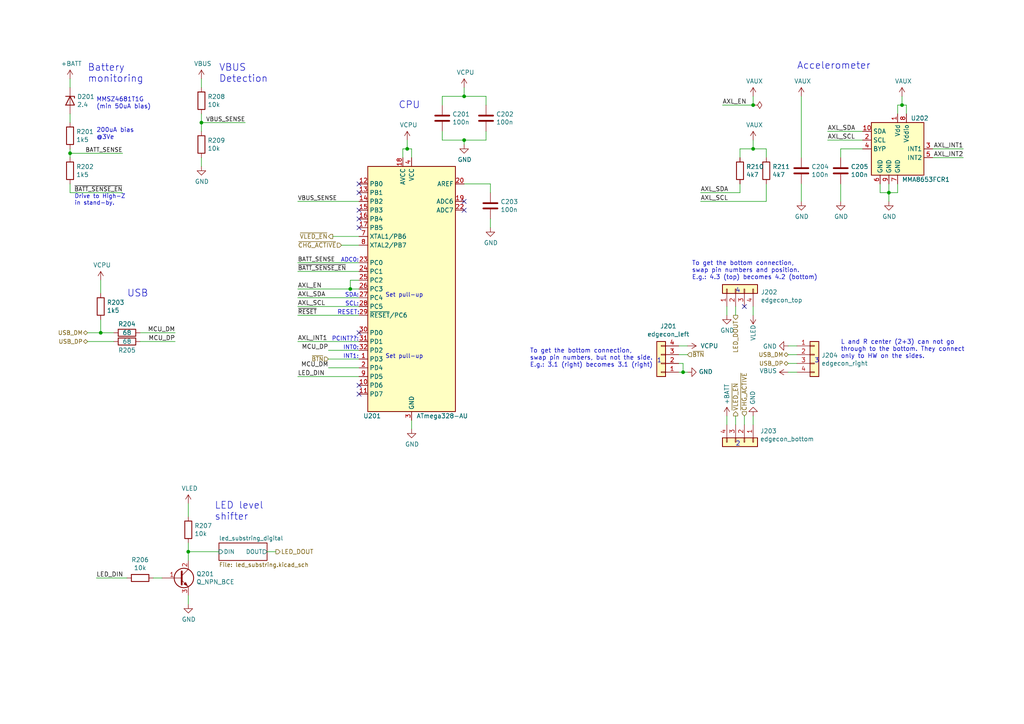
<source format=kicad_sch>
(kicad_sch (version 20211123) (generator eeschema)
  (paper "A4")
  (title_block (title "Leddie") (date "2021-03-06") (rev "01") (company "Markus Koch - notsyncing.net") (comment 1 "Licensed under CC BY-SA 3.0") (comment 2 "https://l.notsyncing.net/leddie") (comment 4 "Digital Logic"))
  (lib_symbols
    (symbol "Connector_Generic:Conn_01x04" (pin_names (offset 1.016) hide)
      (property "Reference" "J" (at 0 5.08 0))
      (property "Value" "Conn_01x04" (at 0 -7.62 0))
      (symbol "Conn_01x04_1_1"
        (rectangle (start -1.27 -4.953) (end 0 -5.207) (stroke (width 0.1524)))
        (rectangle (start -1.27 -2.413) (end 0 -2.667) (stroke (width 0.1524)))
        (rectangle (start -1.27 0.127) (end 0 -0.127) (stroke (width 0.1524)))
        (rectangle (start -1.27 2.667) (end 0 2.413) (stroke (width 0.1524)))
        (rectangle (start -1.27 3.81) (end 1.27 -6.35) (stroke (width 0.254)) (fill (type background)))
        (pin passive line (at -5.08 2.54 0) (length 3.81) (name "Pin_1") (number "1"))
        (pin passive line (at -5.08 0 0) (length 3.81) (name "Pin_2") (number "2"))
        (pin passive line (at -5.08 -2.54 0) (length 3.81) (name "Pin_3") (number "3"))
        (pin passive line (at -5.08 -5.08 0) (length 3.81) (name "Pin_4") (number "4"))
      )
    )
    (symbol "Device:C" (pin_numbers hide) (pin_names (offset 0.254))
      (property "Reference" "C" (at 0.635 2.54 0))
      (property "Value" "C" (at 0.635 -2.54 0))
      (symbol "C_0_1"
        (polyline (pts (xy -2.032 -0.762) (xy 2.032 -0.762)) (stroke (width 0.508)))
        (polyline (pts (xy -2.032 0.762) (xy 2.032 0.762)) (stroke (width 0.508)))
      )
      (symbol "C_1_1"
        (pin passive line (at 0 3.81 270) (length 2.794) (name "~") (number "1"))
        (pin passive line (at 0 -3.81 90) (length 2.794) (name "~") (number "2"))
      )
    )
    (symbol "Device:D_Zener" (pin_numbers hide) (pin_names (offset 1.016) hide)
      (property "Reference" "D" (at 0 2.54 0))
      (property "Value" "D_Zener" (at 0 -2.54 0))
      (symbol "D_Zener_0_1"
        (polyline (pts (xy 1.27 0) (xy -1.27 0)))
        (polyline (pts (xy -1.27 -1.27) (xy -1.27 1.27) (xy -0.762 1.27)) (stroke (width 0.254)))
        (polyline (pts (xy 1.27 -1.27) (xy 1.27 1.27) (xy -1.27 0) (xy 1.27 -1.27)) (stroke (width 0.254)))
      )
      (symbol "D_Zener_1_1"
        (pin passive line (at -3.81 0 0) (length 2.54) (name "K") (number "1"))
        (pin passive line (at 3.81 0 180) (length 2.54) (name "A") (number "2"))
      )
    )
    (symbol "Device:Q_NPN_BCE" (pin_names (offset 0) hide)
      (property "Reference" "Q" (at 5.08 1.27 0))
      (property "Value" "Q_NPN_BCE" (at 5.08 -1.27 0))
      (symbol "Q_NPN_BCE_0_1"
        (polyline (pts (xy 0.635 0.635) (xy 2.54 2.54)))
        (polyline (pts (xy 0.635 -0.635) (xy 2.54 -2.54) (xy 2.54 -2.54)))
        (polyline (pts (xy 0.635 1.905) (xy 0.635 -1.905) (xy 0.635 -1.905)) (stroke (width 0.508)))
        (polyline (pts (xy 1.27 -1.778) (xy 1.778 -1.27) (xy 2.286 -2.286) (xy 1.27 -1.778) (xy 1.27 -1.778)) (fill (type outline)))
        (circle (center 1.27 0) (radius 2.8194) (stroke (width 0.254)))
      )
      (symbol "Q_NPN_BCE_1_1"
        (pin input line (at -5.08 0 0) (length 5.715) (name "B") (number "1"))
        (pin passive line (at 2.54 5.08 270) (length 2.54) (name "C") (number "2"))
        (pin passive line (at 2.54 -5.08 90) (length 2.54) (name "E") (number "3"))
      )
    )
    (symbol "Device:R" (pin_numbers hide) (pin_names (offset 0))
      (property "Reference" "R" (at 2.032 0 90))
      (property "Value" "R" (at 0 0 90))
      (symbol "R_0_1"
        (rectangle (start -1.016 -2.54) (end 1.016 2.54) (stroke (width 0.254)))
      )
      (symbol "R_1_1"
        (pin passive line (at 0 3.81 270) (length 1.27) (name "~") (number "1"))
        (pin passive line (at 0 -3.81 90) (length 1.27) (name "~") (number "2"))
      )
    )
    (symbol "MCU_Microchip_ATmega:ATmega328-AU"
      (property "Reference" "U" (at -12.7 36.83 0))
      (property "Value" "MCU_Microchip_ATmega_ATmega328-AU" (at 2.54 -36.83 0))
      (symbol "ATmega328-AU_0_1"
        (rectangle (start -12.7 -35.56) (end 12.7 35.56) (stroke (width 0.254)) (fill (type background)))
      )
      (symbol "ATmega328-AU_1_1"
        (pin bidirectional line (at 15.24 -20.32 180) (length 2.54) (name "PD3") (number "1"))
        (pin bidirectional line (at 15.24 -27.94 180) (length 2.54) (name "PD6") (number "10"))
        (pin bidirectional line (at 15.24 -30.48 180) (length 2.54) (name "PD7") (number "11"))
        (pin bidirectional line (at 15.24 30.48 180) (length 2.54) (name "PB0") (number "12"))
        (pin bidirectional line (at 15.24 27.94 180) (length 2.54) (name "PB1") (number "13"))
        (pin bidirectional line (at 15.24 25.4 180) (length 2.54) (name "PB2") (number "14"))
        (pin bidirectional line (at 15.24 22.86 180) (length 2.54) (name "PB3") (number "15"))
        (pin bidirectional line (at 15.24 20.32 180) (length 2.54) (name "PB4") (number "16"))
        (pin bidirectional line (at 15.24 17.78 180) (length 2.54) (name "PB5") (number "17"))
        (pin power_in line (at 2.54 38.1 270) (length 2.54) (name "AVCC") (number "18"))
        (pin input line (at -15.24 25.4 0) (length 2.54) (name "ADC6") (number "19"))
        (pin bidirectional line (at 15.24 -22.86 180) (length 2.54) (name "PD4") (number "2"))
        (pin passive line (at -15.24 30.48 0) (length 2.54) (name "AREF") (number "20"))
        (pin passive line (at 0 -38.1 90) (length 2.54) hide (name "GND") (number "21"))
        (pin input line (at -15.24 22.86 0) (length 2.54) (name "ADC7") (number "22"))
        (pin bidirectional line (at 15.24 7.62 180) (length 2.54) (name "PC0") (number "23"))
        (pin bidirectional line (at 15.24 5.08 180) (length 2.54) (name "PC1") (number "24"))
        (pin bidirectional line (at 15.24 2.54 180) (length 2.54) (name "PC2") (number "25"))
        (pin bidirectional line (at 15.24 0 180) (length 2.54) (name "PC3") (number "26"))
        (pin bidirectional line (at 15.24 -2.54 180) (length 2.54) (name "PC4") (number "27"))
        (pin bidirectional line (at 15.24 -5.08 180) (length 2.54) (name "PC5") (number "28"))
        (pin bidirectional line (at 15.24 -7.62 180) (length 2.54) (name "~{RESET}/PC6") (number "29"))
        (pin power_in line (at 0 -38.1 90) (length 2.54) (name "GND") (number "3"))
        (pin bidirectional line (at 15.24 -12.7 180) (length 2.54) (name "PD0") (number "30"))
        (pin bidirectional line (at 15.24 -15.24 180) (length 2.54) (name "PD1") (number "31"))
        (pin bidirectional line (at 15.24 -17.78 180) (length 2.54) (name "PD2") (number "32"))
        (pin power_in line (at 0 38.1 270) (length 2.54) (name "VCC") (number "4"))
        (pin passive line (at 0 -38.1 90) (length 2.54) hide (name "GND") (number "5"))
        (pin passive line (at 0 38.1 270) (length 2.54) hide (name "VCC") (number "6"))
        (pin bidirectional line (at 15.24 15.24 180) (length 2.54) (name "XTAL1/PB6") (number "7"))
        (pin bidirectional line (at 15.24 12.7 180) (length 2.54) (name "XTAL2/PB7") (number "8"))
        (pin bidirectional line (at 15.24 -25.4 180) (length 2.54) (name "PD5") (number "9"))
      )
    )
    (symbol "Sensor_Motion:MMA8653FCR1"
      (property "Reference" "U" (at -7.62 8.89 0))
      (property "Value" "MMA8653FCR1" (at 1.27 -8.89 0))
      (symbol "MMA8653FCR1_0_1"
        (rectangle (start -7.62 7.62) (end 7.62 -7.62) (stroke (width 0.254)) (fill (type background)))
      )
      (symbol "MMA8653FCR1_1_1"
        (pin power_in line (at 0 10.16 270) (length 2.54) (name "Vdd") (number "1"))
        (pin input line (at -10.16 5.08 0) (length 2.54) (name "SDA") (number "10"))
        (pin input line (at -10.16 2.54 0) (length 2.54) (name "SCL") (number "2"))
        (pin output line (at 10.16 0 180) (length 2.54) (name "INT1") (number "3"))
        (pin input line (at -10.16 0 0) (length 2.54) (name "BYP") (number "4"))
        (pin output line (at 10.16 -2.54 180) (length 2.54) (name "INT2") (number "5"))
        (pin power_in line (at -5.08 -10.16 90) (length 2.54) (name "GND") (number "6"))
        (pin power_in line (at 0 -10.16 90) (length 2.54) (name "GND") (number "7"))
        (pin power_in line (at 2.54 10.16 270) (length 2.54) (name "Vddio") (number "8"))
        (pin power_in line (at -2.54 -10.16 90) (length 2.54) (name "GND") (number "9"))
      )
    )
    (symbol "leddie_parts:VAUX" (power) (pin_names (offset 0))
      (property "Value" "VAUX" (at 0 3.81 0))
      (symbol "VAUX_0_1"
        (polyline (pts (xy -0.762 1.27) (xy 0 2.54)))
        (polyline (pts (xy 0 0) (xy 0 2.54)))
        (polyline (pts (xy 0 2.54) (xy 0.762 1.27)))
      )
      (symbol "VAUX_1_1"
        (pin power_in line (at 0 0 90) (length 0) hide (name "VAUX") (number "1"))
      )
    )
    (symbol "leddie_parts:VCPU" (power) (pin_names (offset 0))
      (property "Value" "VCPU" (at 0 3.81 0))
      (symbol "VCPU_0_1"
        (polyline (pts (xy -0.762 1.27) (xy 0 2.54)))
        (polyline (pts (xy 0 0) (xy 0 2.54)))
        (polyline (pts (xy 0 2.54) (xy 0.762 1.27)))
      )
      (symbol "VCPU_1_1"
        (pin power_in line (at 0 0 90) (length 0) hide (name "VCPU") (number "1"))
      )
    )
    (symbol "leddie_parts:VLED" (power) (pin_names (offset 0))
      (property "Value" "VLED" (at 0 3.81 0))
      (symbol "VLED_0_1"
        (polyline (pts (xy -0.762 1.27) (xy 0 2.54)))
        (polyline (pts (xy 0 0) (xy 0 2.54)))
        (polyline (pts (xy 0 2.54) (xy 0.762 1.27)))
      )
      (symbol "VLED_1_1"
        (pin power_in line (at 0 0 90) (length 0) hide (name "VLED") (number "1"))
      )
    )
    (symbol "power:+BATT" (power) (pin_names (offset 0))
      (property "Value" "+BATT" (at 0 3.556 0))
      (symbol "+BATT_0_1"
        (polyline (pts (xy -0.762 1.27) (xy 0 2.54)))
        (polyline (pts (xy 0 0) (xy 0 2.54)))
        (polyline (pts (xy 0 2.54) (xy 0.762 1.27)))
      )
      (symbol "+BATT_1_1"
        (pin power_in line (at 0 0 90) (length 0) hide (name "+BATT") (number "1"))
      )
    )
    (symbol "power:GND" (power) (pin_names (offset 0))
      (property "Value" "GND" (at 0 -3.81 0))
      (symbol "GND_0_1"
        (polyline (pts (xy 0 0) (xy 0 -1.27) (xy 1.27 -1.27) (xy 0 -2.54) (xy -1.27 -1.27) (xy 0 -1.27)))
      )
      (symbol "GND_1_1"
        (pin power_in line (at 0 0 270) (length 0) hide (name "GND") (number "1"))
      )
    )
    (symbol "power:PWR_FLAG" (power) (pin_numbers hide) (pin_names (offset 0) hide)
      (property "Value" "PWR_FLAG" (at 0 3.81 0))
      (symbol "PWR_FLAG_0_0"
        (pin power_out line (at 0 0 90) (length 0) (name "pwr") (number "1"))
      )
      (symbol "PWR_FLAG_0_1"
        (polyline (pts (xy 0 0) (xy 0 1.27) (xy -1.016 1.905) (xy 0 2.54) (xy 1.016 1.905) (xy 0 1.27)))
      )
    )
    (symbol "power:VBUS" (power) (pin_names (offset 0))
      (property "Value" "VBUS" (at 0 3.81 0))
      (symbol "VBUS_0_1"
        (polyline (pts (xy -0.762 1.27) (xy 0 2.54)))
        (polyline (pts (xy 0 0) (xy 0 2.54)))
        (polyline (pts (xy 0 2.54) (xy 0.762 1.27)))
      )
      (symbol "VBUS_1_1"
        (pin power_in line (at 0 0 90) (length 0) hide (name "VBUS") (number "1"))
      )
    )
  )
  (junction (at 134.62 27.94))
  (junction (at 101.6 83.82))
  (junction (at 20.32 44.45))
  (junction (at 257.81 55.88))
  (junction (at 218.44 43.18))
  (junction (at 29.21 96.52))
  (junction (at 118.11 43.18))
  (junction (at 198.12 107.95))
  (junction (at 134.62 40.64))
  (junction (at 58.42 35.56))
  (junction (at 261.62 30.48))
  (junction (at 54.61 160.02))
  (junction (at 218.44 30.48))
  (no_connect (at 104.14 63.5))
  (no_connect (at 104.14 60.96))
  (no_connect (at 104.14 66.04))
  (no_connect (at 104.14 53.34))
  (no_connect (at 104.14 96.52))
  (no_connect (at 104.14 111.76))
  (no_connect (at 134.62 60.96))
  (no_connect (at 104.14 114.3))
  (no_connect (at 215.9 88.9))
  (no_connect (at 104.14 55.88))
  (no_connect (at 134.62 58.42))
  (wire (pts (xy 20.32 33.02) (xy 20.32 35.56)))
  (wire (pts (xy 119.38 43.18) (xy 119.38 45.72)))
  (wire (pts (xy 214.63 45.72) (xy 214.63 43.18)))
  (wire (pts (xy 134.62 25.4) (xy 134.62 27.94)))
  (wire (pts (xy 86.36 78.74) (xy 104.14 78.74)))
  (wire (pts (xy 54.61 160.02) (xy 63.5 160.02)))
  (wire (pts (xy 54.61 157.48) (xy 54.61 160.02)))
  (wire (pts (xy 214.63 43.18) (xy 218.44 43.18)))
  (wire (pts (xy 86.36 109.22) (xy 104.14 109.22)))
  (wire (pts (xy 213.36 91.44) (xy 213.36 88.9)))
  (wire (pts (xy 101.6 81.28) (xy 101.6 83.82)))
  (wire (pts (xy 261.62 30.48) (xy 262.89 30.48)))
  (wire (pts (xy 199.39 100.33) (xy 196.85 100.33)))
  (wire (pts (xy 228.6 100.33) (xy 231.14 100.33)))
  (wire (pts (xy 228.6 107.95) (xy 231.14 107.95)))
  (wire (pts (xy 104.14 81.28) (xy 101.6 81.28)))
  (wire (pts (xy 29.21 85.09) (xy 29.21 81.28)))
  (wire (pts (xy 44.45 167.64) (xy 46.99 167.64)))
  (wire (pts (xy 199.39 107.95) (xy 198.12 107.95)))
  (wire (pts (xy 142.24 63.5) (xy 142.24 66.04)))
  (wire (pts (xy 54.61 160.02) (xy 54.61 162.56)))
  (wire (pts (xy 54.61 172.72) (xy 54.61 175.26)))
  (wire (pts (xy 270.51 45.72) (xy 279.4 45.72)))
  (wire (pts (xy 134.62 40.64) (xy 134.62 41.91)))
  (wire (pts (xy 243.84 43.18) (xy 250.19 43.18)))
  (wire (pts (xy 270.51 43.18) (xy 279.4 43.18)))
  (wire (pts (xy 240.03 40.64) (xy 250.19 40.64)))
  (wire (pts (xy 104.14 83.82) (xy 101.6 83.82)))
  (wire (pts (xy 36.83 167.64) (xy 27.94 167.64)))
  (wire (pts (xy 262.89 30.48) (xy 262.89 33.02)))
  (wire (pts (xy 116.84 43.18) (xy 118.11 43.18)))
  (wire (pts (xy 140.97 40.64) (xy 134.62 40.64)))
  (wire (pts (xy 54.61 149.86) (xy 54.61 146.05)))
  (wire (pts (xy 213.36 120.65) (xy 213.36 123.19)))
  (wire (pts (xy 140.97 30.48) (xy 140.97 27.94)))
  (wire (pts (xy 20.32 22.86) (xy 20.32 25.4)))
  (wire (pts (xy 20.32 53.34) (xy 20.32 55.88)))
  (wire (pts (xy 104.14 91.44) (xy 86.36 91.44)))
  (wire (pts (xy 128.27 27.94) (xy 128.27 30.48)))
  (wire (pts (xy 257.81 55.88) (xy 260.35 55.88)))
  (wire (pts (xy 198.12 107.95) (xy 196.85 107.95)))
  (wire (pts (xy 232.41 53.34) (xy 232.41 58.42)))
  (wire (pts (xy 260.35 30.48) (xy 261.62 30.48)))
  (wire (pts (xy 243.84 45.72) (xy 243.84 43.18)))
  (wire (pts (xy 104.14 101.6) (xy 95.25 101.6)))
  (wire (pts (xy 77.47 160.02) (xy 80.01 160.02)))
  (wire (pts (xy 116.84 45.72) (xy 116.84 43.18)))
  (wire (pts (xy 134.62 40.64) (xy 128.27 40.64)))
  (wire (pts (xy 58.42 45.72) (xy 58.42 48.26)))
  (wire (pts (xy 215.9 120.65) (xy 215.9 123.19)))
  (wire (pts (xy 104.14 88.9) (xy 86.36 88.9)))
  (wire (pts (xy 86.36 76.2) (xy 104.14 76.2)))
  (wire (pts (xy 50.8 99.06) (xy 40.64 99.06)))
  (wire (pts (xy 118.11 43.18) (xy 118.11 40.64)))
  (wire (pts (xy 29.21 96.52) (xy 33.02 96.52)))
  (wire (pts (xy 20.32 44.45) (xy 20.32 43.18)))
  (wire (pts (xy 118.11 43.18) (xy 119.38 43.18)))
  (wire (pts (xy 196.85 105.41) (xy 198.12 105.41)))
  (wire (pts (xy 101.6 83.82) (xy 86.36 83.82)))
  (wire (pts (xy 243.84 53.34) (xy 243.84 58.42)))
  (wire (pts (xy 260.35 33.02) (xy 260.35 30.48)))
  (wire (pts (xy 58.42 35.56) (xy 58.42 38.1)))
  (wire (pts (xy 257.81 55.88) (xy 257.81 58.42)))
  (wire (pts (xy 218.44 27.94) (xy 218.44 30.48)))
  (wire (pts (xy 218.44 120.65) (xy 218.44 123.19)))
  (wire (pts (xy 228.6 102.87) (xy 231.14 102.87)))
  (wire (pts (xy 58.42 33.02) (xy 58.42 35.56)))
  (wire (pts (xy 134.62 27.94) (xy 128.27 27.94)))
  (wire (pts (xy 29.21 92.71) (xy 29.21 96.52)))
  (wire (pts (xy 199.39 102.87) (xy 196.85 102.87)))
  (wire (pts (xy 142.24 53.34) (xy 134.62 53.34)))
  (wire (pts (xy 261.62 30.48) (xy 261.62 27.94)))
  (wire (pts (xy 214.63 53.34) (xy 214.63 55.88)))
  (wire (pts (xy 58.42 35.56) (xy 71.12 35.56)))
  (wire (pts (xy 142.24 55.88) (xy 142.24 53.34)))
  (wire (pts (xy 25.4 96.52) (xy 29.21 96.52)))
  (wire (pts (xy 25.4 99.06) (xy 33.02 99.06)))
  (wire (pts (xy 86.36 99.06) (xy 104.14 99.06)))
  (wire (pts (xy 95.25 106.68) (xy 104.14 106.68)))
  (wire (pts (xy 218.44 30.48) (xy 209.55 30.48)))
  (wire (pts (xy 119.38 121.92) (xy 119.38 124.46)))
  (wire (pts (xy 231.14 105.41) (xy 228.6 105.41)))
  (wire (pts (xy 218.44 91.44) (xy 218.44 88.9)))
  (wire (pts (xy 128.27 38.1) (xy 128.27 40.64)))
  (wire (pts (xy 218.44 43.18) (xy 222.25 43.18)))
  (wire (pts (xy 203.2 55.88) (xy 214.63 55.88)))
  (wire (pts (xy 86.36 86.36) (xy 104.14 86.36)))
  (wire (pts (xy 210.82 123.19) (xy 210.82 120.65)))
  (wire (pts (xy 104.14 104.14) (xy 95.25 104.14)))
  (wire (pts (xy 96.52 68.58) (xy 104.14 68.58)))
  (wire (pts (xy 104.14 71.12) (xy 99.06 71.12)))
  (wire (pts (xy 20.32 55.88) (xy 35.56 55.88)))
  (wire (pts (xy 210.82 91.44) (xy 210.82 88.9)))
  (wire (pts (xy 58.42 22.86) (xy 58.42 25.4)))
  (wire (pts (xy 257.81 53.34) (xy 257.81 55.88)))
  (wire (pts (xy 232.41 27.94) (xy 232.41 45.72)))
  (wire (pts (xy 140.97 38.1) (xy 140.97 40.64)))
  (wire (pts (xy 222.25 43.18) (xy 222.25 45.72)))
  (wire (pts (xy 260.35 55.88) (xy 260.35 53.34)))
  (wire (pts (xy 20.32 45.72) (xy 20.32 44.45)))
  (wire (pts (xy 255.27 53.34) (xy 255.27 55.88)))
  (wire (pts (xy 222.25 53.34) (xy 222.25 58.42)))
  (wire (pts (xy 104.14 58.42) (xy 86.36 58.42)))
  (wire (pts (xy 218.44 43.18) (xy 218.44 40.64)))
  (wire (pts (xy 255.27 55.88) (xy 257.81 55.88)))
  (wire (pts (xy 250.19 38.1) (xy 240.03 38.1)))
  (wire (pts (xy 140.97 27.94) (xy 134.62 27.94)))
  (wire (pts (xy 20.32 44.45) (xy 35.56 44.45)))
  (wire (pts (xy 40.64 96.52) (xy 50.8 96.52)))
  (wire (pts (xy 203.2 58.42) (xy 222.25 58.42)))
  (wire (pts (xy 198.12 105.41) (xy 198.12 107.95)))
  (text "MMSZ4681T1G\n(min 50uA bias)" (at 27.94 31.75 0) (effects (font (size 1.27 1.27)) (justify left bottom)))
  (text "4" (at 213.36 85.09 0) (effects (font (size 1.27 1.27)) (justify left bottom)))
  (text "L and R center (2+3) can not go\nthrough to the bottom. They connect\nonly to HW on the sides." (at 243.84 104.14 0) (effects (font (size 1.27 1.27)) (justify left bottom)))
  (text "2" (at 213.36 129.54 0) (effects (font (size 1.27 1.27)) (justify left bottom)))
  (text "To get the bottom connection,\nswap pin numbers and position.\nE.g.: 4.3 (top) becomes 4.2 (bottom)" (at 200.66 81.28 0) (effects (font (size 1.27 1.27)) (justify left bottom)))
  (text "3" (at 236.22 105.41 0) (effects (font (size 1.27 1.27)) (justify left bottom)))
  (text "RESET:" (at 97.79 91.44 0) (effects (font (size 1.27 1.27)) (justify left bottom)))
  (text "Set pull-up" (at 111.76 104.14 0) (effects (font (size 1.1938 1.1938)) (justify left bottom)))
  (text "INT0:" (at 104.14 101.6 180) (effects (font (size 1.1938 1.1938)) (justify right bottom)))
  (text "Battery\nmonitoring" (at 25.4 24.13 0) (effects (font (size 2.0066 2.0066)) (justify left bottom)))
  (text "ADC0:" (at 104.14 76.2 180) (effects (font (size 1.1938 1.1938)) (justify right bottom)))
  (text "VBUS\nDetection" (at 63.5 24.13 0) (effects (font (size 2.0066 2.0066)) (justify left bottom)))
  (text "CPU" (at 115.57 31.75 0) (effects (font (size 2.0066 2.0066)) (justify left bottom)))
  (text "SCL:" (at 104.14 88.9 180) (effects (font (size 1.1938 1.1938)) (justify right bottom)))
  (text "INT1:" (at 104.14 104.14 180) (effects (font (size 1.1938 1.1938)) (justify right bottom)))
  (text "200uA bias\n@3Ve" (at 27.94 40.64 0) (effects (font (size 1.27 1.27)) (justify left bottom)))
  (text "USB" (at 36.83 86.36 0) (effects (font (size 2.0066 2.0066)) (justify left bottom)))
  (text "Drive to High-Z\nin stand-by." (at 21.59 59.69 0) (effects (font (size 1.1938 1.1938)) (justify left bottom)))
  (text "PCINT??:" (at 104.14 99.06 180) (effects (font (size 1.1938 1.1938)) (justify right bottom)))
  (text "Set pull-up" (at 111.76 86.36 0) (effects (font (size 1.1938 1.1938)) (justify left bottom)))
  (text "Accelerometer" (at 231.14 20.32 0) (effects (font (size 2.0066 2.0066)) (justify left bottom)))
  (text "SDA:" (at 104.14 86.36 180) (effects (font (size 1.1938 1.1938)) (justify right bottom)))
  (text "1" (at 190.5 105.41 0) (effects (font (size 1.27 1.27)) (justify left bottom)))
  (text "To get the bottom connection,\nswap pin numbers, but not the side.\nE.g.: 3.1 (right) becomes 3.1 (right)" (at 153.67 106.68 0) (effects (font (size 1.27 1.27)) (justify left bottom)))
  (text "LED level\nshifter" (at 62.23 151.13 0) (effects (font (size 2.0066 2.0066)) (justify left bottom)))
  (label "~{BATT_SENSE_EN}" (at 86.36 78.74 0) (effects (font (size 1.1938 1.1938))))
  (label "VBUS_SENSE" (at 86.36 58.42 0) (effects (font (size 1.1938 1.1938))))
  (label "AXL_SDA" (at 86.36 86.36 0))
  (label "VBUS_SENSE" (at 71.12 35.56 180) (effects (font (size 1.1938 1.1938))))
  (label "LED_DIN" (at 27.94 167.64 0))
  (label "BATT_SENSE" (at 35.56 44.45 180) (effects (font (size 1.1938 1.1938))))
  (label "AXL_INT1" (at 86.36 99.06 0))
  (label "MCU_DM" (at 50.8 96.52 180))
  (label "AXL_SCL" (at 86.36 88.9 0))
  (label "AXL_SDA" (at 240.03 38.1 0))
  (label "MCU_DP" (at 50.8 99.06 180))
  (label "AXL_INT1" (at 279.4 43.18 180))
  (label "AXL_EN" (at 86.36 83.82 0))
  (label "MCU_DM" (at 95.25 106.68 180))
  (label "AXL_EN" (at 209.55 30.48 0))
  (label "AXL_SDA" (at 203.2 55.88 0))
  (label "MCU_DP" (at 95.25 101.6 180))
  (label "BATT_SENSE" (at 86.36 76.2 0) (effects (font (size 1.1938 1.1938))))
  (label "AXL_SCL" (at 203.2 58.42 0))
  (label "AXL_INT2" (at 279.4 45.72 180))
  (label "LED_DIN" (at 86.36 109.22 0))
  (label "~{RESET}" (at 86.36 91.44 0) (effects (font (size 1.1938 1.1938))))
  (label "AXL_SCL" (at 240.03 40.64 0))
  (label "~{BATT_SENSE_EN}" (at 35.56 55.88 180) (effects (font (size 1.1938 1.1938))))
  (hierarchical_label "USB_DM" (shape bidirectional) (at 25.4 96.52 180) (effects (font (size 1.1938 1.1938))))
  (hierarchical_label "USB_DM" (shape bidirectional) (at 228.6 102.87 180) (effects (font (size 1.1938 1.1938))))
  (hierarchical_label "~{BTN}" (shape input) (at 199.39 102.87 0) (effects (font (size 1.1938 1.1938))))
  (hierarchical_label "USB_DP" (shape bidirectional) (at 228.6 105.41 180) (effects (font (size 1.1938 1.1938))))
  (hierarchical_label "USB_DP" (shape bidirectional) (at 25.4 99.06 180) (effects (font (size 1.1938 1.1938))))
  (hierarchical_label "~{VLED_EN}" (shape output) (at 213.36 120.65 90))
  (hierarchical_label "~{BTN}" (shape input) (at 95.25 104.14 180) (effects (font (size 1.1938 1.1938))))
  (hierarchical_label "~{CHG_ACTIVE}" (shape input) (at 99.06 71.12 180))
  (hierarchical_label "LED_DOUT" (shape output) (at 213.36 91.44 270))
  (hierarchical_label "~{VLED_EN}" (shape output) (at 96.52 68.58 180))
  (hierarchical_label "~{CHG_ACTIVE}" (shape input) (at 215.9 120.65 90))
  (hierarchical_label "LED_DOUT" (shape output) (at 80.01 160.02 0))
  (symbol (lib_id "Sensor_Motion:MMA8653FCR1") (at 260.35 43.18 0) (unit 1)
    (property "Reference" "U202" (at 264.16 34.29 0) (effects (justify left)))
    (property "Value" "MMA8653FCR1" (at 261.62 52.07 0) (effects (justify left)))
    (property "Footprint" "Package_DFN_QFN:DFN-10_2x2mm_P0.4mm" (effects hide))
    (property "Datasheet" "http://cache.freescale.com/files/sensors/doc/data_sheet/MMA8653FC.pdf" (effects hide))
  )
  (symbol (lib_id "power:GND") (at 257.81 58.42 0) (unit 1)
    (property "Reference" "#PWR0225" (effects hide))
    (property "Value" "GND" (at 257.937 62.8142 0))
  )
  (symbol (lib_id "Device:C") (at 243.84 49.53 0) (unit 1)
    (property "Reference" "C205" (at 246.761 48.3616 0) (effects (justify left)))
    (property "Value" "100n" (at 246.761 50.673 0) (effects (justify left)))
    (property "Footprint" "Capacitor_SMD:C_0603_1608Metric" (effects hide))
  )
  (symbol (lib_id "power:GND") (at 243.84 58.42 0) (unit 1)
    (property "Reference" "#PWR0224" (effects hide))
    (property "Value" "GND" (at 243.967 62.8142 0))
  )
  (symbol (lib_id "Device:C") (at 232.41 49.53 0) (unit 1)
    (property "Reference" "C204" (at 235.331 48.3616 0) (effects (justify left)))
    (property "Value" "100n" (at 235.331 50.673 0) (effects (justify left)))
    (property "Footprint" "Capacitor_SMD:C_0603_1608Metric" (effects hide))
  )
  (symbol (lib_id "power:GND") (at 232.41 58.42 0) (unit 1)
    (property "Reference" "#PWR0223" (effects hide))
    (property "Value" "GND" (at 232.537 62.8142 0))
  )
  (symbol (lib_id "Device:R") (at 214.63 49.53 0) (unit 1)
    (property "Reference" "R210" (at 216.408 48.3616 0) (effects (justify left)))
    (property "Value" "4k7" (at 216.408 50.673 0) (effects (justify left)))
    (property "Footprint" "Resistor_SMD:R_0603_1608Metric" (effects hide))
  )
  (symbol (lib_id "Device:R") (at 222.25 49.53 0) (unit 1)
    (property "Reference" "R211" (at 224.028 48.3616 0) (effects (justify left)))
    (property "Value" "4k7" (at 224.028 50.673 0) (effects (justify left)))
    (property "Footprint" "Resistor_SMD:R_0603_1608Metric" (effects hide))
  )
  (symbol (lib_id "Connector_Generic:Conn_01x04") (at 236.22 102.87 0) (unit 1)
    (property "Reference" "J204" (at 238.252 103.0732 0) (effects (justify left)))
    (property "Value" "edgecon_right" (at 238.252 105.3846 0) (effects (justify left)))
    (property "Footprint" "leddie_parts:leddie_edgecon" (effects hide))
  )
  (symbol (lib_id "Connector_Generic:Conn_01x04") (at 213.36 83.82 90) (unit 1)
    (property "Reference" "J202" (at 220.6752 84.7344 90) (effects (justify right)))
    (property "Value" "edgecon_top" (at 220.6752 87.0458 90) (effects (justify right)))
    (property "Footprint" "leddie_parts:leddie_edgecon" (effects hide))
  )
  (symbol (lib_id "Connector_Generic:Conn_01x04") (at 191.77 105.41 180) (unit 1)
    (property "Reference" "J201" (at 193.8528 94.615 0))
    (property "Value" "edgecon_left" (at 193.8528 96.9264 0))
    (property "Footprint" "leddie_parts:leddie_edgecon" (effects hide))
  )
  (symbol (lib_id "Connector_Generic:Conn_01x04") (at 215.9 128.27 270) (unit 1)
    (property "Reference" "J203" (at 220.472 125.0188 90) (effects (justify left)))
    (property "Value" "edgecon_bottom" (at 220.472 127.3302 90) (effects (justify left)))
    (property "Footprint" "leddie_parts:leddie_edgecon" (effects hide))
  )
  (symbol (lib_id "leddie_parts:VLED") (at 218.44 91.44 180) (unit 1)
    (property "Reference" "#PWR0218" (effects hide))
    (property "Value" "VLED" (at 218.44 96.52 90))
  )
  (symbol (lib_id "power:GND") (at 199.39 107.95 90) (unit 1)
    (property "Reference" "#PWR0213" (effects hide))
    (property "Value" "GND" (at 202.6412 107.823 90) (effects (justify right)))
  )
  (symbol (lib_id "leddie_parts:VCPU") (at 134.62 25.4 0) (unit 1)
    (property "Reference" "#PWR0209" (effects hide))
    (property "Value" "VCPU" (at 135.001 21.0058 0))
  )
  (symbol (lib_id "leddie_parts:VCPU") (at 118.11 40.64 0) (unit 1)
    (property "Reference" "#PWR0207" (effects hide))
    (property "Value" "VCPU" (at 118.491 36.2458 0))
  )
  (symbol (lib_id "leddie_parts:VAUX") (at 261.62 27.94 0) (unit 1)
    (property "Reference" "#PWR0226" (effects hide))
    (property "Value" "VAUX" (at 262.001 23.5458 0))
  )
  (symbol (lib_id "leddie_parts:VAUX") (at 232.41 27.94 0) (unit 1)
    (property "Reference" "#PWR0222" (effects hide))
    (property "Value" "VAUX" (at 232.791 23.5458 0))
  )
  (symbol (lib_id "leddie_parts:VAUX") (at 218.44 27.94 0) (unit 1)
    (property "Reference" "#PWR0216" (effects hide))
    (property "Value" "VAUX" (at 218.821 23.5458 0))
  )
  (symbol (lib_id "leddie_parts:VAUX") (at 218.44 40.64 0) (unit 1)
    (property "Reference" "#PWR0217" (effects hide))
    (property "Value" "VAUX" (at 218.821 36.2458 0))
  )
  (symbol (lib_id "Device:Q_NPN_BCE") (at 52.07 167.64 0) (unit 1)
    (property "Reference" "Q201" (at 56.9214 166.4716 0) (effects (justify left)))
    (property "Value" "Q_NPN_BCE" (at 56.9214 168.783 0) (effects (justify left)))
    (property "Footprint" "Package_TO_SOT_SMD:SOT-23" (effects hide))
  )
  (symbol (lib_id "Device:R") (at 54.61 153.67 0) (unit 1)
    (property "Reference" "R207" (at 56.388 152.5016 0) (effects (justify left)))
    (property "Value" "10k" (at 56.388 154.813 0) (effects (justify left)))
    (property "Footprint" "Resistor_SMD:R_0603_1608Metric" (effects hide))
  )
  (symbol (lib_id "leddie_parts:VLED") (at 54.61 146.05 0) (unit 1)
    (property "Reference" "#PWR0203" (effects hide))
    (property "Value" "VLED" (at 54.991 141.6558 0))
  )
  (symbol (lib_id "power:GND") (at 54.61 175.26 0) (unit 1)
    (property "Reference" "#PWR0204" (effects hide))
    (property "Value" "GND" (at 54.737 179.6542 0))
  )
  (symbol (lib_id "Device:R") (at 40.64 167.64 270) (unit 1)
    (property "Reference" "R206" (at 40.64 162.3822 90))
    (property "Value" "10k" (at 40.64 164.6936 90))
    (property "Footprint" "Resistor_SMD:R_0603_1608Metric" (effects hide))
  )
  (symbol (lib_id "power:PWR_FLAG") (at 218.44 30.48 270) (unit 1)
    (property "Reference" "#FLG0201" (effects hide))
    (property "Value" "PWR_FLAG" (effects hide))
  )
  (symbol (lib_id "power:+BATT") (at 210.82 120.65 0) (unit 1)
    (property "Reference" "#PWR0215" (effects hide))
    (property "Value" "+BATT" (at 210.82 114.3 90))
  )
  (symbol (lib_id "power:+BATT") (at 20.32 22.86 0) (unit 1)
    (property "Reference" "#PWR0201" (effects hide))
    (property "Value" "+BATT" (at 20.701 18.4658 0))
  )
  (symbol (lib_id "Device:D_Zener") (at 20.32 29.21 270) (unit 1)
    (property "Reference" "D201" (at 22.352 28.0416 90) (effects (justify left)))
    (property "Value" "2.4" (at 22.352 30.353 90) (effects (justify left)))
    (property "Footprint" "Diode_SMD:D_SOD-123" (effects hide))
  )
  (symbol (lib_id "leddie_parts:VCPU") (at 199.39 100.33 270) (unit 1)
    (property "Reference" "#PWR0212" (effects hide))
    (property "Value" "VCPU" (at 205.74 100.33 90))
  )
  (symbol (lib_id "MCU_Microchip_ATmega:ATmega328-AU") (at 119.38 83.82 0) (mirror y) (unit 1)
    (property "Reference" "U201" (at 107.95 120.65 0))
    (property "Value" "ATmega328-AU" (at 128.27 120.65 0))
    (property "Footprint" "Package_QFP:TQFP-32_7x7mm_P0.8mm" (effects hide))
    (property "Datasheet" "http://ww1.microchip.com/downloads/en/DeviceDoc/ATmega328_P%20AVR%20MCU%20with%20picoPower%20Technology%20Data%20Sheet%2040001984A.pdf" (effects hide))
  )
  (symbol (lib_id "Device:R") (at 29.21 88.9 180) (unit 1)
    (property "Reference" "R203" (at 30.988 87.7316 0) (effects (justify right)))
    (property "Value" "1k5" (at 30.988 90.043 0) (effects (justify right)))
    (property "Footprint" "Resistor_SMD:R_0603_1608Metric" (effects hide))
  )
  (symbol (lib_id "Device:R") (at 36.83 96.52 270) (unit 1)
    (property "Reference" "R204" (at 36.83 93.98 90))
    (property "Value" "68" (at 36.83 96.52 90))
    (property "Footprint" "Resistor_SMD:R_0603_1608Metric" (effects hide))
  )
  (symbol (lib_id "Device:R") (at 36.83 99.06 270) (mirror x) (unit 1)
    (property "Reference" "R205" (at 36.83 101.6 90))
    (property "Value" "68" (at 36.83 99.06 90))
    (property "Footprint" "Resistor_SMD:R_0603_1608Metric" (effects hide))
  )
  (symbol (lib_id "leddie_parts:VCPU") (at 29.21 81.28 0) (unit 1)
    (property "Reference" "#PWR0202" (effects hide))
    (property "Value" "VCPU" (at 29.591 76.8858 0))
  )
  (symbol (lib_id "power:GND") (at 228.6 100.33 270) (unit 1)
    (property "Reference" "#PWR0220" (effects hide))
    (property "Value" "GND" (at 225.3488 100.457 90) (effects (justify right)))
  )
  (symbol (lib_id "power:GND") (at 218.44 120.65 180) (unit 1)
    (property "Reference" "#PWR0219" (effects hide))
    (property "Value" "GND" (at 218.313 117.3988 90) (effects (justify right)))
  )
  (symbol (lib_id "power:GND") (at 119.38 124.46 0) (unit 1)
    (property "Reference" "#PWR0208" (effects hide))
    (property "Value" "GND" (at 119.507 128.8542 0))
  )
  (symbol (lib_id "Device:C") (at 142.24 59.69 0) (unit 1)
    (property "Reference" "C203" (at 145.161 58.5216 0) (effects (justify left)))
    (property "Value" "100n" (at 145.161 60.833 0) (effects (justify left)))
    (property "Footprint" "Capacitor_SMD:C_0603_1608Metric" (effects hide))
  )
  (symbol (lib_id "power:GND") (at 142.24 66.04 0) (unit 1)
    (property "Reference" "#PWR0211" (effects hide))
    (property "Value" "GND" (at 142.367 70.4342 0))
  )
  (symbol (lib_id "Device:C") (at 128.27 34.29 0) (unit 1)
    (property "Reference" "C201" (at 131.191 33.1216 0) (effects (justify left)))
    (property "Value" "100n" (at 131.191 35.433 0) (effects (justify left)))
    (property "Footprint" "Capacitor_SMD:C_0603_1608Metric" (effects hide))
  )
  (symbol (lib_id "power:GND") (at 134.62 41.91 0) (unit 1)
    (property "Reference" "#PWR0210" (effects hide))
    (property "Value" "GND" (at 134.747 46.3042 0))
  )
  (symbol (lib_id "Device:R") (at 20.32 39.37 0) (unit 1)
    (property "Reference" "R201" (at 22.098 38.2016 0) (effects (justify left)))
    (property "Value" "1k5" (at 22.098 40.513 0) (effects (justify left)))
    (property "Footprint" "Resistor_SMD:R_0603_1608Metric" (effects hide))
  )
  (symbol (lib_id "Device:R") (at 20.32 49.53 0) (unit 1)
    (property "Reference" "R202" (at 22.098 48.3616 0) (effects (justify left)))
    (property "Value" "1k5" (at 22.098 50.673 0) (effects (justify left)))
    (property "Footprint" "Resistor_SMD:R_0603_1608Metric" (effects hide))
  )
  (symbol (lib_id "power:VBUS") (at 228.6 107.95 90) (unit 1)
    (property "Reference" "#PWR0221" (effects hide))
    (property "Value" "VBUS" (at 225.3742 107.569 90) (effects (justify left)))
  )
  (symbol (lib_id "power:GND") (at 210.82 91.44 0) (unit 1)
    (property "Reference" "#PWR0214" (effects hide))
    (property "Value" "GND" (at 210.947 95.8342 0))
  )
  (symbol (lib_id "Device:R") (at 58.42 29.21 0) (unit 1)
    (property "Reference" "R208" (at 60.198 28.0416 0) (effects (justify left)))
    (property "Value" "10k" (at 60.198 30.353 0) (effects (justify left)))
    (property "Footprint" "Resistor_SMD:R_0603_1608Metric" (effects hide))
  )
  (symbol (lib_id "Device:R") (at 58.42 41.91 0) (unit 1)
    (property "Reference" "R209" (at 60.198 40.7416 0) (effects (justify left)))
    (property "Value" "10k" (at 60.198 43.053 0) (effects (justify left)))
    (property "Footprint" "Resistor_SMD:R_0603_1608Metric" (effects hide))
  )
  (symbol (lib_id "power:VBUS") (at 58.42 22.86 0) (unit 1)
    (property "Reference" "#PWR0205" (effects hide))
    (property "Value" "VBUS" (at 58.801 18.4658 0))
  )
  (symbol (lib_id "power:GND") (at 58.42 48.26 0) (unit 1)
    (property "Reference" "#PWR0206" (effects hide))
    (property "Value" "GND" (at 58.547 52.6542 0))
  )
  (symbol (lib_id "Device:C") (at 140.97 34.29 0) (unit 1)
    (property "Reference" "C202" (at 143.891 33.1216 0) (effects (justify left)))
    (property "Value" "100n" (at 143.891 35.433 0) (effects (justify left)))
    (property "Footprint" "Capacitor_SMD:C_0603_1608Metric" (effects hide))
  )
  (sheet (at 63.5 157.48) (size 13.97 5.08)
    (property "Sheet name" "led_substring_digital" (at 63.5 156.8065 0) (effects (font (size 1.1938 1.1938)) (justify left bottom)))
    (property "Sheet file" "led_substring.kicad_sch" (at 63.5 163.1141 0) (effects (font (size 1.1938 1.1938)) (justify left top)))
    (pin "DOUT" output (at 77.47 160.02 0) (effects (font (size 1.1938 1.1938))))
    (pin "DIN" input (at 63.5 160.02 180) (effects (font (size 1.1938 1.1938))))
  )
)
</source>
